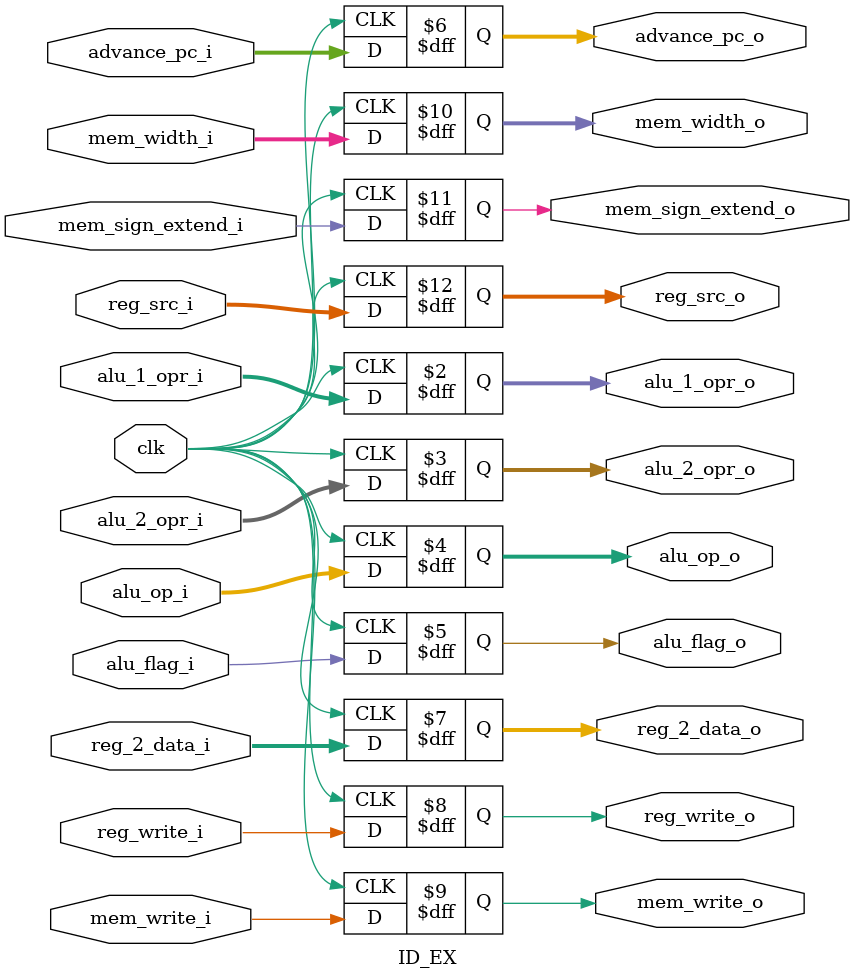
<source format=v>
module ID_EX (
	      clk,
	      alu_1_opr_i,
	      alu_2_opr_i,
	      alu_op_i,
	      alu_flag_i,
	      advance_pc_i,
	      reg_2_data_i,
	      reg_write_i,
	      mem_write_i,
	      mem_width_i,
	      mem_sign_extend_i,
	      reg_src_i,
	      alu_1_opr_o,
	      alu_2_opr_o,
	      alu_op_o,
	      alu_flag_o,
	      advance_pc_o,
	      reg_2_data_o,
	      reg_write_o,
	      mem_write_o,
	      mem_width_o,
	      mem_sign_extend_o,
	      reg_src_o
	      );

   input 	 clk;

   input [31:0]  alu_1_opr_i;
   input [31:0]  alu_2_opr_i;
   input [3:0] 	 alu_op_i;
   input 	 alu_flag_i;
   input [31:0]  advance_pc_i;
   input [31:0]  reg_2_data_i;
   input 	 reg_write_i;
   input 	 mem_write_i;
   input [1:0] 	 mem_width_i;
   input 	 mem_sign_extend_i;
   input [1:0] 	 reg_src_i;

   output [31:0] alu_1_opr_o;
   output [31:0] alu_2_opr_o;
   output [3:0]  alu_op_o;
   output 	 alu_flag_o;
   output [31:0] advance_pc_o;
   output [31:0] reg_2_data_o;
   output 	 reg_write_o;
   output 	 mem_write_o;
   output [1:0]  mem_width_o;
   output 	 mem_sign_extend_o;
   output [1:0]  reg_src_o;

   reg [31:0] 	 alu_1_opr_o;
   reg [31:0] 	 alu_2_opr_o;
   reg [3:0] 	 alu_op_o;
   reg 		 alu_flag_o;
   reg [31:0] 	 advance_pc_o;
   reg [31:0] 	 reg_2_data_o;
   reg 		 reg_write_o;
   reg 		 mem_write_o;
   reg [1:0] 	 mem_width_o;
   reg 		 mem_sign_extend_o;
   reg [1:0] 	 reg_src_o;

   always @(posedge clk) begin
      alu_1_opr_o <= alu_1_opr_i;
      alu_2_opr_o <= alu_2_opr_i;
      alu_op_o <= alu_op_i;
      alu_flag_o <= alu_flag_i;
      advance_pc_o <= advance_pc_i;
      reg_2_data_o <= reg_2_data_i;
      reg_write_o <= reg_write_i;
      mem_write_o <= mem_write_i;
      mem_width_o <= mem_width_i;
      mem_sign_extend_o <= mem_sign_extend_i;
      reg_src_o <= reg_src_i;
   end

endmodule

</source>
